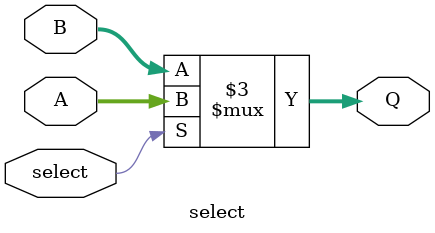
<source format=v>
module select(input [3:0] A,
              input [3:0] B,
				  input select,
				  output reg[3:0] Q);
always@(A,B,select)
begin
	if(select) Q = A;
	else Q = B;
end
endmodule

</source>
